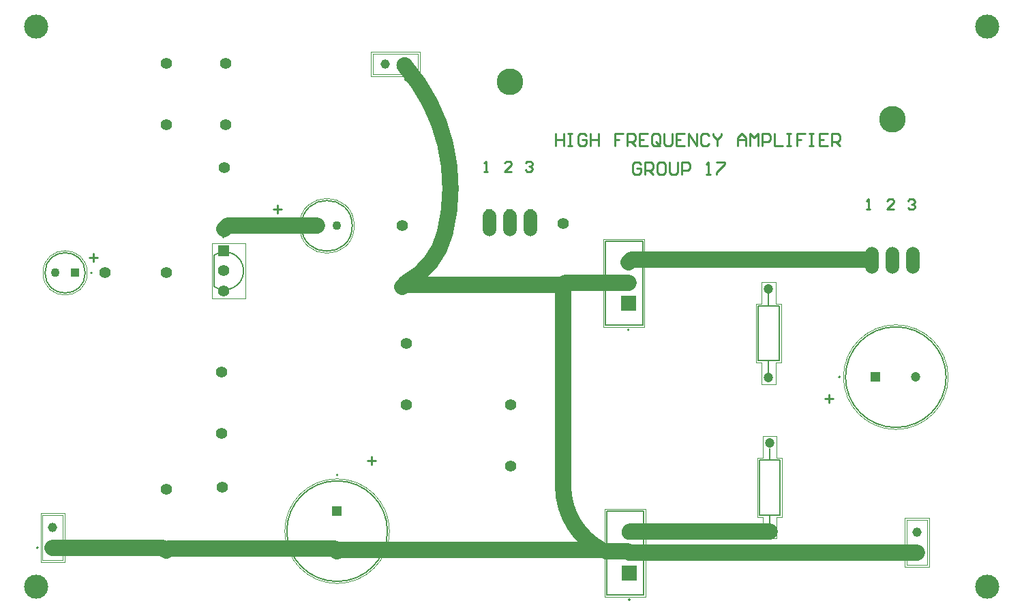
<source format=gtl>
G04*
G04 #@! TF.GenerationSoftware,Altium Limited,Altium Designer,22.1.2 (22)*
G04*
G04 Layer_Physical_Order=1*
G04 Layer_Color=255*
%FSLAX44Y44*%
%MOMM*%
G71*
G04*
G04 #@! TF.SameCoordinates,19965E84-46C0-4100-99EA-0F3305BD4A74*
G04*
G04*
G04 #@! TF.FilePolarity,Positive*
G04*
G01*
G75*
%ADD10C,0.1270*%
%ADD11C,0.2000*%
%ADD13C,0.2540*%
%ADD14C,0.1000*%
%ADD15C,0.0500*%
%ADD31C,2.0000*%
%ADD32C,1.4000*%
%ADD33R,1.4000X1.4000*%
%ADD34C,1.1600*%
%ADD35R,1.1600X1.1600*%
%ADD36C,1.9050*%
%ADD37R,1.9050X1.9050*%
%ADD38C,1.2000*%
%ADD39C,3.3020*%
%ADD40O,1.6764X3.3528*%
%ADD41C,1.1000*%
%ADD42R,1.1000X1.1000*%
%ADD43R,1.2000X1.2000*%
%ADD44R,1.2000X1.2000*%
%ADD45R,1.1600X1.1600*%
%ADD46C,3.0000*%
G36*
X1040130Y859680D02*
X1032461D01*
Y878840D01*
X1040130D01*
Y859680D01*
D02*
G37*
G36*
X1065530Y859674D02*
X1057903D01*
Y878840D01*
X1065530D01*
Y859674D01*
D02*
G37*
G36*
X1090930Y859749D02*
X1083323D01*
Y878840D01*
X1090930D01*
Y859749D01*
D02*
G37*
G36*
X1515110Y812690D02*
X1507441D01*
Y831850D01*
X1515110D01*
Y812690D01*
D02*
G37*
G36*
X1540510Y812684D02*
X1532883D01*
Y831850D01*
X1540510D01*
Y812684D01*
D02*
G37*
G36*
X1565910Y812759D02*
X1558303D01*
Y831850D01*
X1565910D01*
Y812759D01*
D02*
G37*
G54D10*
X693991Y783390D02*
G03*
X693991Y821890I13479J19250D01*
G01*
X865890Y858520D02*
G03*
X865890Y858520I-31500J0D01*
G01*
X1603410Y670560D02*
G03*
X1603410Y670560I-62500J0D01*
G01*
X909590Y479190D02*
G03*
X909590Y479190I-62500J0D01*
G01*
X534270Y800100D02*
G03*
X534270Y800100I-25000J0D01*
G01*
X693970Y783405D02*
Y821875D01*
X1181710Y400220D02*
Y504220D01*
X1227710D01*
Y400220D02*
Y504220D01*
X1181710Y400220D02*
X1227710D01*
X1371300Y499400D02*
X1384300D01*
X1397300D01*
Y567400D01*
X1384300D02*
X1397300D01*
X1371300D02*
X1384300D01*
X1371300Y499400D02*
Y567400D01*
X1384300Y484400D02*
Y499400D01*
Y567400D02*
Y582400D01*
X1180440Y735500D02*
Y839500D01*
X1226440D01*
Y735500D02*
Y839500D01*
X1180440Y735500D02*
X1226440D01*
X1370030Y691170D02*
X1383030D01*
X1396030D01*
Y759170D01*
X1383030D02*
X1396030D01*
X1370030D02*
X1383030D01*
X1370030Y691170D02*
Y759170D01*
X1383030Y676170D02*
Y691170D01*
Y759170D02*
Y774170D01*
G54D11*
X706920Y844640D02*
G03*
X706920Y844640I-1000J0D01*
G01*
X475830Y458470D02*
G03*
X475830Y458470I-1000J0D01*
G01*
X1210850Y393990D02*
G03*
X1210850Y393990I-1000J0D01*
G01*
X1209580Y729270D02*
G03*
X1209580Y729270I-1000J0D01*
G01*
X1548980Y452120D02*
G03*
X1548980Y452120I-1000J0D01*
G01*
X796390Y858520D02*
G03*
X796390Y858520I-1000J0D01*
G01*
X1471910Y670560D02*
G03*
X1471910Y670560I-1000J0D01*
G01*
X848090Y549190D02*
G03*
X848090Y549190I-1000J0D01*
G01*
X542770Y800100D02*
G03*
X542770Y800100I-1000J0D01*
G01*
X933180Y1039980D02*
G03*
X933180Y1039980I-1000J0D01*
G01*
G54D13*
X1224277Y934716D02*
X1221738Y937255D01*
X1216659D01*
X1214120Y934716D01*
Y924559D01*
X1216659Y922020D01*
X1221738D01*
X1224277Y924559D01*
Y929638D01*
X1219198D01*
X1229355Y922020D02*
Y937255D01*
X1236973D01*
X1239512Y934716D01*
Y929638D01*
X1236973Y927098D01*
X1229355D01*
X1234433D02*
X1239512Y922020D01*
X1252208Y937255D02*
X1247129D01*
X1244590Y934716D01*
Y924559D01*
X1247129Y922020D01*
X1252208D01*
X1254747Y924559D01*
Y934716D01*
X1252208Y937255D01*
X1259825D02*
Y924559D01*
X1262364Y922020D01*
X1267443D01*
X1269982Y924559D01*
Y937255D01*
X1275060Y922020D02*
Y937255D01*
X1282678D01*
X1285217Y934716D01*
Y929638D01*
X1282678Y927098D01*
X1275060D01*
X1305530Y922020D02*
X1310609D01*
X1308070D01*
Y937255D01*
X1305530Y934716D01*
X1318226Y937255D02*
X1328383D01*
Y934716D01*
X1318226Y924559D01*
Y922020D01*
X539750Y819148D02*
X549907D01*
X544828Y824227D02*
Y814070D01*
X1452880Y643888D02*
X1463037D01*
X1457958Y648967D02*
Y638810D01*
X885190Y566418D02*
X895347D01*
X890268Y571497D02*
Y561340D01*
X768350Y878838D02*
X778507D01*
X773428Y883917D02*
Y873760D01*
X1118870Y972815D02*
Y957580D01*
Y965198D01*
X1129027D01*
Y972815D01*
Y957580D01*
X1134105Y972815D02*
X1139183D01*
X1136644D01*
Y957580D01*
X1134105D01*
X1139183D01*
X1156958Y970276D02*
X1154418Y972815D01*
X1149340D01*
X1146801Y970276D01*
Y960119D01*
X1149340Y957580D01*
X1154418D01*
X1156958Y960119D01*
Y965198D01*
X1151879D01*
X1162036Y972815D02*
Y957580D01*
Y965198D01*
X1172193D01*
Y972815D01*
Y957580D01*
X1202663Y972815D02*
X1192506D01*
Y965198D01*
X1197585D01*
X1192506D01*
Y957580D01*
X1207741D02*
Y972815D01*
X1215359D01*
X1217898Y970276D01*
Y965198D01*
X1215359Y962658D01*
X1207741D01*
X1212820D02*
X1217898Y957580D01*
X1233133Y972815D02*
X1222976D01*
Y957580D01*
X1233133D01*
X1222976Y965198D02*
X1228055D01*
X1248368Y960119D02*
Y970276D01*
X1245829Y972815D01*
X1240751D01*
X1238211Y970276D01*
Y960119D01*
X1240751Y957580D01*
X1245829D01*
X1243290Y962658D02*
X1248368Y957580D01*
X1245829D02*
X1248368Y960119D01*
X1253447Y972815D02*
Y960119D01*
X1255986Y957580D01*
X1261064D01*
X1263603Y960119D01*
Y972815D01*
X1278838D02*
X1268681D01*
Y957580D01*
X1278838D01*
X1268681Y965198D02*
X1273760D01*
X1283917Y957580D02*
Y972815D01*
X1294073Y957580D01*
Y972815D01*
X1309308Y970276D02*
X1306769Y972815D01*
X1301691D01*
X1299152Y970276D01*
Y960119D01*
X1301691Y957580D01*
X1306769D01*
X1309308Y960119D01*
X1314387Y972815D02*
Y970276D01*
X1319465Y965198D01*
X1324543Y970276D01*
Y972815D01*
X1319465Y965198D02*
Y957580D01*
X1344857D02*
Y967737D01*
X1349935Y972815D01*
X1355014Y967737D01*
Y957580D01*
Y965198D01*
X1344857D01*
X1360092Y957580D02*
Y972815D01*
X1365170Y967737D01*
X1370249Y972815D01*
Y957580D01*
X1375327D02*
Y972815D01*
X1382945D01*
X1385484Y970276D01*
Y965198D01*
X1382945Y962658D01*
X1375327D01*
X1390562Y972815D02*
Y957580D01*
X1400719D01*
X1405797Y972815D02*
X1410876D01*
X1408336D01*
Y957580D01*
X1405797D01*
X1410876D01*
X1428650Y972815D02*
X1418493D01*
Y965198D01*
X1423571D01*
X1418493D01*
Y957580D01*
X1433728Y972815D02*
X1438806D01*
X1436267D01*
Y957580D01*
X1433728D01*
X1438806D01*
X1456581Y972815D02*
X1446424D01*
Y957580D01*
X1456581D01*
X1446424Y965198D02*
X1451502D01*
X1461659Y957580D02*
Y972815D01*
X1469277D01*
X1471816Y970276D01*
Y965198D01*
X1469277Y962658D01*
X1461659D01*
X1466738D02*
X1471816Y957580D01*
X1555773Y889433D02*
X1557891Y891551D01*
X1562128D01*
X1564247Y889433D01*
Y887314D01*
X1562128Y885195D01*
X1560010D01*
X1562128D01*
X1564247Y883077D01*
Y880958D01*
X1562128Y878840D01*
X1557891D01*
X1555773Y880958D01*
X1538815Y878840D02*
X1530347D01*
X1538815Y887309D01*
Y889426D01*
X1536698Y891543D01*
X1532464D01*
X1530347Y889426D01*
X1504892Y878840D02*
X1509132D01*
X1507012D01*
Y891559D01*
X1504892Y889439D01*
X1080793Y936423D02*
X1082911Y938541D01*
X1087148D01*
X1089267Y936423D01*
Y934304D01*
X1087148Y932186D01*
X1085030D01*
X1087148D01*
X1089267Y930067D01*
Y927949D01*
X1087148Y925830D01*
X1082911D01*
X1080793Y927949D01*
X1063835Y925830D02*
X1055367D01*
X1063835Y934299D01*
Y936416D01*
X1061718Y938533D01*
X1057484D01*
X1055367Y936416D01*
X1029912Y925830D02*
X1034152D01*
X1032032D01*
Y938549D01*
X1029912Y936429D01*
G54D14*
X481330Y443220D02*
X506730D01*
Y499120D01*
X481330D02*
X506730D01*
X481330Y443220D02*
Y499120D01*
X1554480Y436870D02*
X1579880D01*
Y492770D01*
X1554480D02*
X1579880D01*
X1554480Y436870D02*
Y492770D01*
X947430Y1046480D02*
Y1071880D01*
X891530D02*
X947430D01*
X891530Y1046480D02*
Y1071880D01*
Y1046480D02*
X947430D01*
G54D15*
X868390Y858520D02*
G03*
X868390Y858520I-34000J0D01*
G01*
X1605910Y670560D02*
G03*
X1605910Y670560I-65000J0D01*
G01*
X912090Y479190D02*
G03*
X912090Y479190I-65000J0D01*
G01*
X536770Y800100D02*
G03*
X536770Y800100I-27500J0D01*
G01*
X733470Y768140D02*
Y837140D01*
X691470Y768140D02*
X733470D01*
X691470D02*
Y837140D01*
X733470D01*
X478830Y440720D02*
X509230D01*
Y501620D01*
X478830D02*
X509230D01*
X478830Y440720D02*
Y501620D01*
X1179210Y397720D02*
Y506720D01*
X1230210D01*
Y397720D02*
Y506720D01*
X1179210Y397720D02*
X1230210D01*
X1375800Y469900D02*
Y496900D01*
X1368800D02*
X1375800D01*
X1368800D02*
Y569900D01*
X1375800D01*
Y596900D01*
X1392800D01*
Y569900D02*
Y596900D01*
Y569900D02*
X1399800D01*
Y496900D02*
Y569900D01*
X1392800Y496900D02*
X1399800D01*
X1392800Y469900D02*
Y496900D01*
X1375800Y469900D02*
X1392800D01*
X1177940Y733000D02*
Y842000D01*
X1228940D01*
Y733000D02*
Y842000D01*
X1177940Y733000D02*
X1228940D01*
X1551980Y434370D02*
X1582380D01*
Y495270D01*
X1551980D02*
X1582380D01*
X1551980Y434370D02*
Y495270D01*
X949930Y1043980D02*
Y1074380D01*
X889030D02*
X949930D01*
X889030Y1043980D02*
Y1074380D01*
Y1043980D02*
X949930D01*
X1374530Y661670D02*
Y688670D01*
X1367530D02*
X1374530D01*
X1367530D02*
Y761670D01*
X1374530D01*
Y788670D01*
X1391530D01*
Y761670D02*
Y788670D01*
Y761670D02*
X1398530D01*
Y688670D02*
Y761670D01*
X1391530Y688670D02*
X1398530D01*
X1391530Y661670D02*
Y688670D01*
X1374530Y661670D02*
X1391530D01*
G54D31*
X1127760Y533929D02*
G03*
X1127762Y533676I20000J55D01*
G01*
X1127762D02*
G03*
X1175282Y455953I90079J1686D01*
G01*
X980927Y849382D02*
G03*
X930826Y1058000I-224752J56350D01*
G01*
X932180Y787400D02*
G03*
X980927Y849382I-44854J85436D01*
G01*
X847090Y454190D02*
X847090D01*
X848853Y455953D02*
X1175282D01*
X847090Y454190D02*
X848853Y455953D01*
X704850Y457200D02*
X844080D01*
X847090Y454190D01*
X635000Y454660D02*
X635000D01*
X637540Y457200D02*
X704850D01*
X635000Y454660D02*
X637540Y457200D01*
X631190Y458470D02*
X635000Y454660D01*
X494030Y458470D02*
X631190D01*
X707390Y854710D02*
X711200Y858520D01*
X821890D01*
X930910Y784860D02*
X1127760D01*
X928370Y782320D02*
X930910Y784860D01*
X1127760D02*
X1130400Y787500D01*
X1209040D01*
X1127762Y533676D02*
X1127762D01*
X1180748Y454190D02*
X1208340D01*
X1127760Y533929D02*
Y784860D01*
X1210310Y452220D02*
X1567080D01*
X1208340Y454190D02*
X1210310Y452220D01*
X980927Y849382D02*
X980927D01*
X1212236Y816196D02*
X1509682D01*
X1209040Y813000D02*
X1212236Y816196D01*
X1210990Y478400D02*
X1384300D01*
G54D32*
X707390Y854710D02*
D03*
Y930910D02*
D03*
X705920Y777640D02*
D03*
Y802640D02*
D03*
X635000Y984250D02*
D03*
Y1060450D02*
D03*
X708660Y984250D02*
D03*
Y1060450D02*
D03*
X558800Y800100D02*
D03*
X635000D02*
D03*
X704850Y457200D02*
D03*
Y533400D02*
D03*
X635000Y454660D02*
D03*
Y530860D02*
D03*
X928370Y782320D02*
D03*
Y858520D02*
D03*
X933450Y712470D02*
D03*
Y636270D02*
D03*
X703580Y600710D02*
D03*
Y676910D02*
D03*
X1127760Y861060D02*
D03*
Y784860D02*
D03*
X1062990Y560070D02*
D03*
Y636270D02*
D03*
G54D33*
X705920Y827640D02*
D03*
G54D34*
X494030Y483870D02*
D03*
X1567180Y477520D02*
D03*
X906780Y1059180D02*
D03*
G54D35*
X494030Y458470D02*
D03*
X1567180Y452120D02*
D03*
G54D36*
X1210310Y477720D02*
D03*
Y452220D02*
D03*
X1209040Y813000D02*
D03*
Y787500D02*
D03*
G54D37*
X1210310Y426720D02*
D03*
X1209040Y762000D02*
D03*
G54D38*
X1384300Y478400D02*
D03*
Y588400D02*
D03*
X1565910Y670560D02*
D03*
X847090Y454190D02*
D03*
X1383030Y670170D02*
D03*
Y780170D02*
D03*
G54D39*
X1536700Y990600D02*
D03*
X1061720Y1037590D02*
D03*
G54D40*
X1562100Y815340D02*
D03*
X1536700D02*
D03*
X1511300D02*
D03*
X1087120Y862330D02*
D03*
X1061720D02*
D03*
X1036320D02*
D03*
G54D41*
X846890Y858520D02*
D03*
X496770Y800100D02*
D03*
G54D42*
X821890Y858520D02*
D03*
X521770Y800100D02*
D03*
G54D43*
X1515910Y670560D02*
D03*
G54D44*
X847090Y504190D02*
D03*
G54D45*
X932180Y1059180D02*
D03*
G54D46*
X473710Y1106170D02*
D03*
Y410210D02*
D03*
X1654810D02*
D03*
Y1106170D02*
D03*
M02*

</source>
